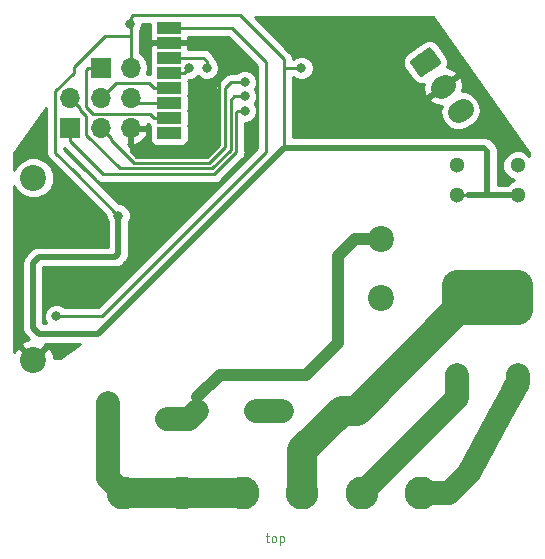
<source format=gbr>
G04 #@! TF.GenerationSoftware,KiCad,Pcbnew,5.0.2-bee76a0~70~ubuntu16.04.1*
G04 #@! TF.CreationDate,2019-02-12T18:50:20+01:00*
G04 #@! TF.ProjectId,MySensors_InCan,4d795365-6e73-46f7-9273-5f496e43616e,rev?*
G04 #@! TF.SameCoordinates,Original*
G04 #@! TF.FileFunction,Copper,L1,Top*
G04 #@! TF.FilePolarity,Positive*
%FSLAX46Y46*%
G04 Gerber Fmt 4.6, Leading zero omitted, Abs format (unit mm)*
G04 Created by KiCad (PCBNEW 5.0.2-bee76a0~70~ubuntu16.04.1) date wto, 12 lut 2019, 18:50:20*
%MOMM*%
%LPD*%
G01*
G04 APERTURE LIST*
G04 #@! TA.AperFunction,NonConductor*
%ADD10C,0.100000*%
G04 #@! TD*
G04 #@! TA.AperFunction,ComponentPad*
%ADD11R,1.700000X1.700000*%
G04 #@! TD*
G04 #@! TA.AperFunction,ComponentPad*
%ADD12O,1.700000X1.700000*%
G04 #@! TD*
G04 #@! TA.AperFunction,Conductor*
%ADD13C,0.100000*%
G04 #@! TD*
G04 #@! TA.AperFunction,ComponentPad*
%ADD14C,1.740000*%
G04 #@! TD*
G04 #@! TA.AperFunction,Conductor*
%ADD15C,1.740000*%
G04 #@! TD*
G04 #@! TA.AperFunction,SMDPad,CuDef*
%ADD16R,2.000000X1.000000*%
G04 #@! TD*
G04 #@! TA.AperFunction,ComponentPad*
%ADD17C,2.794000*%
G04 #@! TD*
G04 #@! TA.AperFunction,ComponentPad*
%ADD18C,1.600000*%
G04 #@! TD*
G04 #@! TA.AperFunction,ComponentPad*
%ADD19C,1.300000*%
G04 #@! TD*
G04 #@! TA.AperFunction,ComponentPad*
%ADD20C,2.200000*%
G04 #@! TD*
G04 #@! TA.AperFunction,ViaPad*
%ADD21C,0.800000*%
G04 #@! TD*
G04 #@! TA.AperFunction,Conductor*
%ADD22C,0.250000*%
G04 #@! TD*
G04 #@! TA.AperFunction,Conductor*
%ADD23C,2.000000*%
G04 #@! TD*
G04 #@! TA.AperFunction,Conductor*
%ADD24C,1.000000*%
G04 #@! TD*
G04 #@! TA.AperFunction,Conductor*
%ADD25C,0.500000*%
G04 #@! TD*
G04 #@! TA.AperFunction,Conductor*
%ADD26C,2.500000*%
G04 #@! TD*
G04 #@! TA.AperFunction,Conductor*
%ADD27C,0.254000*%
G04 #@! TD*
G04 APERTURE END LIST*
D10*
X107978571Y-174639285D02*
X108264285Y-174639285D01*
X108085714Y-174389285D02*
X108085714Y-175032142D01*
X108121428Y-175103571D01*
X108192857Y-175139285D01*
X108264285Y-175139285D01*
X108621428Y-175139285D02*
X108550000Y-175103571D01*
X108514285Y-175067857D01*
X108478571Y-174996428D01*
X108478571Y-174782142D01*
X108514285Y-174710714D01*
X108550000Y-174675000D01*
X108621428Y-174639285D01*
X108728571Y-174639285D01*
X108800000Y-174675000D01*
X108835714Y-174710714D01*
X108871428Y-174782142D01*
X108871428Y-174996428D01*
X108835714Y-175067857D01*
X108800000Y-175103571D01*
X108728571Y-175139285D01*
X108621428Y-175139285D01*
X109192857Y-174639285D02*
X109192857Y-175389285D01*
X109192857Y-174675000D02*
X109264285Y-174639285D01*
X109407142Y-174639285D01*
X109478571Y-174675000D01*
X109514285Y-174710714D01*
X109550000Y-174782142D01*
X109550000Y-174996428D01*
X109514285Y-175067857D01*
X109478571Y-175103571D01*
X109407142Y-175139285D01*
X109264285Y-175139285D01*
X109192857Y-175103571D01*
D11*
G04 #@! TO.P,J5,1*
G04 #@! TO.N,TX*
X91400000Y-140100000D03*
D12*
G04 #@! TO.P,J5,2*
G04 #@! TO.N,RX*
X91400000Y-137560000D03*
G04 #@! TD*
D13*
G04 #@! TO.N,BTN1*
G04 #@! TO.C,J3*
G36*
X121842320Y-133250412D02*
X121866701Y-133253142D01*
X121890698Y-133258248D01*
X121914078Y-133265682D01*
X121936617Y-133275371D01*
X121958098Y-133287223D01*
X121978314Y-133301124D01*
X121997070Y-133316939D01*
X122014186Y-133334516D01*
X122029496Y-133353686D01*
X122754844Y-134359407D01*
X122768202Y-134379986D01*
X122779478Y-134401775D01*
X122788564Y-134424564D01*
X122795373Y-134448134D01*
X122799838Y-134472258D01*
X122801918Y-134496703D01*
X122801592Y-134521235D01*
X122798862Y-134545616D01*
X122793756Y-134569613D01*
X122786322Y-134592993D01*
X122776633Y-134615533D01*
X122764781Y-134637014D01*
X122750880Y-134657229D01*
X122735065Y-134675985D01*
X122717488Y-134693101D01*
X122698318Y-134708411D01*
X121319508Y-135702840D01*
X121298929Y-135716198D01*
X121277140Y-135727474D01*
X121254351Y-135736560D01*
X121230781Y-135743369D01*
X121206657Y-135747834D01*
X121182212Y-135749914D01*
X121157680Y-135749588D01*
X121133299Y-135746858D01*
X121109302Y-135741752D01*
X121085922Y-135734318D01*
X121063383Y-135724629D01*
X121041902Y-135712777D01*
X121021686Y-135698876D01*
X121002930Y-135683061D01*
X120985814Y-135665484D01*
X120970504Y-135646314D01*
X120245156Y-134640593D01*
X120231798Y-134620014D01*
X120220522Y-134598225D01*
X120211436Y-134575436D01*
X120204627Y-134551866D01*
X120200162Y-134527742D01*
X120198082Y-134503297D01*
X120198408Y-134478765D01*
X120201138Y-134454384D01*
X120206244Y-134430387D01*
X120213678Y-134407007D01*
X120223367Y-134384467D01*
X120235219Y-134362986D01*
X120249120Y-134342771D01*
X120264935Y-134324015D01*
X120282512Y-134306899D01*
X120301682Y-134291589D01*
X121680492Y-133297160D01*
X121701071Y-133283802D01*
X121722860Y-133272526D01*
X121745649Y-133263440D01*
X121769219Y-133256631D01*
X121793343Y-133252166D01*
X121817788Y-133250086D01*
X121842320Y-133250412D01*
X121842320Y-133250412D01*
G37*
D14*
G04 #@! TD*
G04 #@! TO.P,J3,1*
G04 #@! TO.N,BTN1*
X121500000Y-134500000D03*
G04 #@! TO.P,J3,2*
G04 #@! TO.N,GND*
X122985792Y-136560102D03*
D15*
G04 #@! TD*
G04 #@! TO.N,GND*
G04 #@! TO.C,J3*
X123172337Y-136425562D02*
X122799247Y-136694642D01*
D14*
G04 #@! TO.P,J3,3*
G04 #@! TO.N,BTN2*
X124471584Y-138620204D03*
D15*
G04 #@! TD*
G04 #@! TO.N,BTN2*
G04 #@! TO.C,J3*
X124658129Y-138485664D02*
X124285039Y-138754744D01*
D11*
G04 #@! TO.P,J4,1*
G04 #@! TO.N,MISO*
X94000000Y-135000000D03*
D12*
G04 #@! TO.P,J4,2*
G04 #@! TO.N,5V*
X96540000Y-135000000D03*
G04 #@! TO.P,J4,3*
G04 #@! TO.N,SCK*
X94000000Y-137540000D03*
G04 #@! TO.P,J4,4*
G04 #@! TO.N,MOSI*
X96540000Y-137540000D03*
G04 #@! TO.P,J4,5*
G04 #@! TO.N,RESET*
X93999999Y-140080000D03*
G04 #@! TO.P,J4,6*
G04 #@! TO.N,GND*
X96540000Y-140080000D03*
G04 #@! TD*
D16*
G04 #@! TO.P,IC2,8*
G04 #@! TO.N,Net-(IC2-Pad8)*
X99800000Y-140490000D03*
G04 #@! TO.P,IC2,7*
G04 #@! TO.N,MISO*
X99800000Y-139220000D03*
G04 #@! TO.P,IC2,6*
G04 #@! TO.N,MOSI*
X99800000Y-137950000D03*
G04 #@! TO.P,IC2,5*
G04 #@! TO.N,SCK*
X99800000Y-136680000D03*
G04 #@! TO.P,IC2,4*
G04 #@! TO.N,CSN*
X99800000Y-135410000D03*
G04 #@! TO.P,IC2,3*
G04 #@! TO.N,CE*
X99800000Y-134140000D03*
G04 #@! TO.P,IC2,1*
G04 #@! TO.N,GND*
X99800000Y-132870000D03*
G04 #@! TO.P,IC2,2*
G04 #@! TO.N,3V3*
X99800000Y-131600000D03*
G04 #@! TD*
D17*
G04 #@! TO.P,J2,3*
G04 #@! TO.N,AC_N*
X100884736Y-171000000D03*
G04 #@! TO.P,J2,4*
X95884736Y-171000000D03*
G04 #@! TO.P,J2,2*
X106044736Y-171000000D03*
G04 #@! TO.P,J2,1*
G04 #@! TO.N,AC_L*
X111044736Y-171000000D03*
G04 #@! TD*
G04 #@! TO.P,J1,1*
G04 #@! TO.N,AC_REL2_OUT*
X121100000Y-171000000D03*
G04 #@! TO.P,J1,2*
G04 #@! TO.N,AC_REL1_OUT*
X116100000Y-171000000D03*
G04 #@! TD*
D18*
G04 #@! TO.P,RV1,2*
G04 #@! TO.N,Net-(F2-Pad1)*
X99600000Y-164700000D03*
G04 #@! TO.P,RV1,1*
G04 #@! TO.N,AC_N*
X94600000Y-163400000D03*
G04 #@! TD*
G04 #@! TO.P,REL1,11*
G04 #@! TO.N,AC_L*
X124200000Y-155500000D03*
X124200000Y-153410000D03*
D19*
G04 #@! TO.P,REL1,A1*
G04 #@! TO.N,Net-(D1-Pad2)*
X124200000Y-143250000D03*
G04 #@! TO.P,REL1,A2*
G04 #@! TO.N,5V*
X124200000Y-145790000D03*
D18*
G04 #@! TO.P,REL1,14*
G04 #@! TO.N,AC_REL1_OUT*
X124200000Y-161030000D03*
G04 #@! TD*
G04 #@! TO.P,REL2,14*
G04 #@! TO.N,AC_REL2_OUT*
X129300000Y-161030000D03*
D19*
G04 #@! TO.P,REL2,A2*
G04 #@! TO.N,5V*
X129300000Y-145790000D03*
G04 #@! TO.P,REL2,A1*
G04 #@! TO.N,Net-(D2-Pad2)*
X129300000Y-143250000D03*
D18*
G04 #@! TO.P,REL2,11*
G04 #@! TO.N,AC_L*
X129300000Y-153410000D03*
X129300000Y-155500000D03*
G04 #@! TD*
G04 #@! TO.P,F2,1*
G04 #@! TO.N,Net-(F2-Pad1)*
X102200000Y-164000000D03*
G04 #@! TO.P,F2,2*
G04 #@! TO.N,Net-(F1-Pad1)*
X107200000Y-164000000D03*
G04 #@! TD*
G04 #@! TO.P,F1,2*
G04 #@! TO.N,AC_L*
X114400000Y-164000000D03*
G04 #@! TO.P,F1,1*
G04 #@! TO.N,Net-(F1-Pad1)*
X109400000Y-164000000D03*
G04 #@! TD*
D20*
G04 #@! TO.P,U1,1*
G04 #@! TO.N,AC_N*
X117700000Y-154500000D03*
G04 #@! TO.P,U1,2*
G04 #@! TO.N,Net-(F2-Pad1)*
X117700000Y-149500000D03*
G04 #@! TO.P,U1,3*
G04 #@! TO.N,GND*
X88300000Y-159700000D03*
G04 #@! TO.P,U1,4*
G04 #@! TO.N,Net-(C1-Pad1)*
X88300000Y-144300000D03*
G04 #@! TD*
D21*
G04 #@! TO.N,3V3*
X90250000Y-156000000D03*
G04 #@! TO.N,CE*
X103000000Y-135000000D03*
G04 #@! TO.N,CSN*
X101500000Y-135000000D03*
G04 #@! TO.N,5V*
X95500000Y-147500000D03*
X96500000Y-131250000D03*
X111000000Y-135000000D03*
G04 #@! TO.N,RESET*
X106200000Y-136200000D03*
G04 #@! TO.N,RX*
X106200000Y-137400000D03*
G04 #@! TO.N,TX*
X106200000Y-138600000D03*
G04 #@! TD*
D22*
G04 #@! TO.N,3V3*
X94100000Y-156000000D02*
X92100000Y-156000000D01*
X108000000Y-142100000D02*
X94100000Y-156000000D01*
X108000000Y-134500000D02*
X108000000Y-142100000D01*
X105100000Y-131600000D02*
X108000000Y-134500000D01*
X99800000Y-131600000D02*
X105100000Y-131600000D01*
X92100000Y-156000000D02*
X92250000Y-156000000D01*
X90250000Y-156000000D02*
X92100000Y-156000000D01*
G04 #@! TO.N,CE*
X101050000Y-134140000D02*
X99800000Y-134140000D01*
X102705685Y-134140000D02*
X101050000Y-134140000D01*
X103000000Y-134434315D02*
X102705685Y-134140000D01*
X103000000Y-135000000D02*
X103000000Y-134434315D01*
G04 #@! TO.N,CSN*
X101090000Y-135410000D02*
X101500000Y-135000000D01*
X99800000Y-135410000D02*
X101090000Y-135410000D01*
G04 #@! TO.N,SCK*
X94849999Y-136690001D02*
X94000000Y-137540000D01*
X95314999Y-136225001D02*
X94849999Y-136690001D01*
X98550000Y-136680000D02*
X98095001Y-136225001D01*
X98095001Y-136225001D02*
X95314999Y-136225001D01*
X99800000Y-136680000D02*
X98550000Y-136680000D01*
G04 #@! TO.N,MOSI*
X96950000Y-137950000D02*
X96540000Y-137540000D01*
X99800000Y-137950000D02*
X96950000Y-137950000D01*
G04 #@! TO.N,MISO*
X92900000Y-135000000D02*
X94000000Y-135000000D01*
X92774999Y-135125001D02*
X92900000Y-135000000D01*
X98184999Y-138854999D02*
X93354999Y-138854999D01*
X92774999Y-138274999D02*
X92774999Y-135125001D01*
X93354999Y-138854999D02*
X92774999Y-138274999D01*
X98550000Y-139220000D02*
X98184999Y-138854999D01*
X99800000Y-139220000D02*
X98550000Y-139220000D01*
G04 #@! TO.N,GND*
X96540000Y-142040000D02*
X96540000Y-140080000D01*
X97000000Y-142500000D02*
X96540000Y-142040000D01*
X103000000Y-142500000D02*
X97000000Y-142500000D01*
X104000000Y-141500000D02*
X103000000Y-142500000D01*
X104000000Y-134000000D02*
X104000000Y-141500000D01*
X102870000Y-132870000D02*
X104000000Y-134000000D01*
X99800000Y-132870000D02*
X102870000Y-132870000D01*
D23*
G04 #@! TO.N,Net-(F2-Pad1)*
X101500000Y-164700000D02*
X102200000Y-164000000D01*
X99600000Y-164700000D02*
X101500000Y-164700000D01*
D24*
X102200000Y-162868630D02*
X104068630Y-161000000D01*
D22*
X102200000Y-164000000D02*
X102200000Y-162868630D01*
D24*
X104068630Y-161000000D02*
X111400000Y-161000000D01*
X111400000Y-161000000D02*
X114100000Y-158300000D01*
X114100000Y-158300000D02*
X114100000Y-150900000D01*
X115500000Y-149500000D02*
X117700000Y-149500000D01*
X114100000Y-150900000D02*
X115500000Y-149500000D01*
D22*
G04 #@! TO.N,5V*
X96540000Y-131200000D02*
X96540000Y-135000000D01*
X91750000Y-134874998D02*
X94374998Y-132250000D01*
X94374998Y-132250000D02*
X96530000Y-132250000D01*
X95500000Y-147500000D02*
X91750000Y-143750000D01*
X126750000Y-145750000D02*
X126790000Y-145790000D01*
D25*
X95500000Y-147500000D02*
X95500000Y-150750000D01*
X95500000Y-150750000D02*
X95250000Y-151000000D01*
D22*
X126500000Y-141750000D02*
X126750000Y-142000000D01*
D25*
X95250000Y-151000000D02*
X88750000Y-151000000D01*
X126790000Y-145790000D02*
X129300000Y-145790000D01*
X93750000Y-157500000D02*
X109500000Y-141750000D01*
X88750000Y-151000000D02*
X88250000Y-151500000D01*
X109500000Y-141750000D02*
X126500000Y-141750000D01*
X126750000Y-142000000D02*
X126750000Y-145750000D01*
X125119238Y-145790000D02*
X126790000Y-145790000D01*
D22*
X124200000Y-145790000D02*
X125119238Y-145790000D01*
D25*
X93750000Y-157500000D02*
X88750000Y-157500000D01*
X88250000Y-157000000D02*
X88250000Y-151500000D01*
X88750000Y-157500000D02*
X88250000Y-157000000D01*
D22*
X96540000Y-135000000D02*
X96540000Y-133797919D01*
X96550000Y-130700000D02*
X96550000Y-131500000D01*
X96750000Y-130500000D02*
X96550000Y-130700000D01*
X111000000Y-135000000D02*
X109500000Y-135000000D01*
X109500000Y-141750000D02*
X109500000Y-135000000D01*
X96750000Y-130500000D02*
X105800000Y-130500000D01*
X109500000Y-134200000D02*
X109500000Y-135000000D01*
X105800000Y-130500000D02*
X109500000Y-134200000D01*
X90174999Y-142174999D02*
X91750000Y-143750000D01*
X90174999Y-136971999D02*
X90174999Y-142174999D01*
X91750000Y-135396998D02*
X90174999Y-136971999D01*
X91750000Y-134874998D02*
X91750000Y-135396998D01*
G04 #@! TO.N,RESET*
X105000000Y-136200000D02*
X106200000Y-136200000D01*
X104500000Y-136700000D02*
X105000000Y-136200000D01*
X103207110Y-143000010D02*
X104500000Y-141707120D01*
X94849998Y-141057118D02*
X96792890Y-143000010D01*
X104500000Y-141707120D02*
X104500000Y-136700000D01*
X94849998Y-140929999D02*
X94849998Y-141057118D01*
X96792890Y-143000010D02*
X103207110Y-143000010D01*
X93999999Y-140080000D02*
X94849998Y-140929999D01*
D23*
G04 #@! TO.N,Net-(F1-Pad1)*
X107200000Y-164000000D02*
X109400000Y-164000000D01*
D26*
G04 #@! TO.N,AC_L*
X124200000Y-155500000D02*
X124200000Y-153410000D01*
X129300000Y-155500000D02*
X129300000Y-153410000D01*
X124200000Y-153410000D02*
X129300000Y-153410000D01*
X124200000Y-155500000D02*
X129300000Y-155500000D01*
X115700000Y-164000000D02*
X124200000Y-155500000D01*
X111044736Y-171000000D02*
X111044736Y-167355264D01*
X111044736Y-167355264D02*
X114400000Y-164000000D01*
X114400000Y-164000000D02*
X115700000Y-164000000D01*
G04 #@! TO.N,AC_N*
X95884736Y-171000000D02*
X106044736Y-171000000D01*
D23*
X94600000Y-169715264D02*
X95884736Y-171000000D01*
X94600000Y-163400000D02*
X94600000Y-169715264D01*
G04 #@! TO.N,AC_REL2_OUT*
X121100000Y-171000000D02*
X123468910Y-171000000D01*
X125212314Y-169256596D02*
X127745514Y-164527956D01*
X123468910Y-171000000D02*
X125212314Y-169256596D01*
X129300000Y-161626249D02*
X128948190Y-162282961D01*
X129300000Y-161030000D02*
X129300000Y-161626249D01*
X127745514Y-164527956D02*
X129300000Y-161626249D01*
G04 #@! TO.N,AC_REL1_OUT*
X116100000Y-171000000D02*
X124200000Y-162900000D01*
X124200000Y-162900000D02*
X124200000Y-161030000D01*
D22*
G04 #@! TO.N,RX*
X105300000Y-137400000D02*
X106200000Y-137400000D01*
X105000010Y-137699990D02*
X105300000Y-137400000D01*
X95607017Y-143500020D02*
X103414220Y-143500020D01*
X103414220Y-143500020D02*
X105000010Y-141914230D01*
X92774998Y-140668001D02*
X95607017Y-143500020D01*
X105000010Y-141914230D02*
X105000010Y-137699990D01*
X92774998Y-139099996D02*
X92774998Y-140668001D01*
X92249999Y-138574997D02*
X92774998Y-139099996D01*
X92249999Y-138409999D02*
X92249999Y-138574997D01*
X91400000Y-137560000D02*
X92249999Y-138409999D01*
G04 #@! TO.N,TX*
X105500020Y-138734295D02*
X105634315Y-138600000D01*
X105500020Y-142121340D02*
X105500020Y-138734295D01*
X94200030Y-144000030D02*
X103621330Y-144000030D01*
X105634315Y-138600000D02*
X106200000Y-138600000D01*
X91400000Y-141200000D02*
X94200030Y-144000030D01*
X103621330Y-144000030D02*
X105500020Y-142121340D01*
X91400000Y-140100000D02*
X91400000Y-141200000D01*
G04 #@! TD*
D27*
G04 #@! TO.N,GND*
G36*
X89415000Y-142100147D02*
X89400111Y-142174999D01*
X89459096Y-142471536D01*
X89534010Y-142583652D01*
X89627071Y-142722928D01*
X89690527Y-142765328D01*
X91265527Y-144340329D01*
X91265530Y-144340331D01*
X94465000Y-147539802D01*
X94465000Y-147705874D01*
X94615000Y-148068007D01*
X94615001Y-150115000D01*
X88837161Y-150115000D01*
X88750000Y-150097663D01*
X88662839Y-150115000D01*
X88662835Y-150115000D01*
X88404690Y-150166348D01*
X88111951Y-150361951D01*
X88062576Y-150435846D01*
X87685845Y-150812577D01*
X87611952Y-150861951D01*
X87562578Y-150935844D01*
X87562576Y-150935846D01*
X87416348Y-151154691D01*
X87347663Y-151500000D01*
X87365001Y-151587165D01*
X87365000Y-156912839D01*
X87347663Y-157000000D01*
X87365000Y-157087161D01*
X87365000Y-157087164D01*
X87416348Y-157345309D01*
X87611951Y-157638049D01*
X87685847Y-157687425D01*
X87973154Y-157974732D01*
X87898547Y-157977164D01*
X87365641Y-158197901D01*
X87254737Y-158475132D01*
X88300000Y-159520395D01*
X89345263Y-158475132D01*
X89309206Y-158385000D01*
X92246729Y-158385000D01*
X90561071Y-159572083D01*
X90031360Y-159560044D01*
X90022836Y-159298547D01*
X89802099Y-158765641D01*
X89524868Y-158654737D01*
X88650934Y-159528671D01*
X87932743Y-159512348D01*
X87075132Y-158654737D01*
X86797901Y-158765641D01*
X86710000Y-158999088D01*
X86710000Y-144995174D01*
X86829138Y-145282799D01*
X87317201Y-145770862D01*
X87954887Y-146035000D01*
X88645113Y-146035000D01*
X89282799Y-145770862D01*
X89770862Y-145282799D01*
X90035000Y-144645113D01*
X90035000Y-143954887D01*
X89770862Y-143317201D01*
X89282799Y-142829138D01*
X88645113Y-142565000D01*
X87954887Y-142565000D01*
X87317201Y-142829138D01*
X86829138Y-143317201D01*
X86710000Y-143604826D01*
X86710000Y-142225982D01*
X89414999Y-138407160D01*
X89415000Y-142100147D01*
X89415000Y-142100147D01*
G37*
X89415000Y-142100147D02*
X89400111Y-142174999D01*
X89459096Y-142471536D01*
X89534010Y-142583652D01*
X89627071Y-142722928D01*
X89690527Y-142765328D01*
X91265527Y-144340329D01*
X91265530Y-144340331D01*
X94465000Y-147539802D01*
X94465000Y-147705874D01*
X94615000Y-148068007D01*
X94615001Y-150115000D01*
X88837161Y-150115000D01*
X88750000Y-150097663D01*
X88662839Y-150115000D01*
X88662835Y-150115000D01*
X88404690Y-150166348D01*
X88111951Y-150361951D01*
X88062576Y-150435846D01*
X87685845Y-150812577D01*
X87611952Y-150861951D01*
X87562578Y-150935844D01*
X87562576Y-150935846D01*
X87416348Y-151154691D01*
X87347663Y-151500000D01*
X87365001Y-151587165D01*
X87365000Y-156912839D01*
X87347663Y-157000000D01*
X87365000Y-157087161D01*
X87365000Y-157087164D01*
X87416348Y-157345309D01*
X87611951Y-157638049D01*
X87685847Y-157687425D01*
X87973154Y-157974732D01*
X87898547Y-157977164D01*
X87365641Y-158197901D01*
X87254737Y-158475132D01*
X88300000Y-159520395D01*
X89345263Y-158475132D01*
X89309206Y-158385000D01*
X92246729Y-158385000D01*
X90561071Y-159572083D01*
X90031360Y-159560044D01*
X90022836Y-159298547D01*
X89802099Y-158765641D01*
X89524868Y-158654737D01*
X88650934Y-159528671D01*
X87932743Y-159512348D01*
X87075132Y-158654737D01*
X86797901Y-158765641D01*
X86710000Y-158999088D01*
X86710000Y-144995174D01*
X86829138Y-145282799D01*
X87317201Y-145770862D01*
X87954887Y-146035000D01*
X88645113Y-146035000D01*
X89282799Y-145770862D01*
X89770862Y-145282799D01*
X90035000Y-144645113D01*
X90035000Y-143954887D01*
X89770862Y-143317201D01*
X89282799Y-142829138D01*
X88645113Y-142565000D01*
X87954887Y-142565000D01*
X87317201Y-142829138D01*
X86829138Y-143317201D01*
X86710000Y-143604826D01*
X86710000Y-142225982D01*
X89414999Y-138407160D01*
X89415000Y-142100147D01*
G36*
X98152560Y-132100000D02*
X98175905Y-132217364D01*
X98165000Y-132243691D01*
X98165000Y-132584250D01*
X98323750Y-132743000D01*
X98777678Y-132743000D01*
X98800000Y-132747440D01*
X100800000Y-132747440D01*
X100822322Y-132743000D01*
X101276250Y-132743000D01*
X101435000Y-132584250D01*
X101435000Y-132360000D01*
X104785199Y-132360000D01*
X107240000Y-134814803D01*
X107240001Y-141785197D01*
X93785199Y-155240000D01*
X90953711Y-155240000D01*
X90836280Y-155122569D01*
X90455874Y-154965000D01*
X90044126Y-154965000D01*
X89663720Y-155122569D01*
X89372569Y-155413720D01*
X89215000Y-155794126D01*
X89215000Y-156205874D01*
X89372569Y-156586280D01*
X89401289Y-156615000D01*
X89135000Y-156615000D01*
X89135000Y-151885000D01*
X95162839Y-151885000D01*
X95250000Y-151902337D01*
X95337161Y-151885000D01*
X95337165Y-151885000D01*
X95595310Y-151833652D01*
X95888049Y-151638049D01*
X95937425Y-151564153D01*
X96064153Y-151437425D01*
X96138049Y-151388049D01*
X96333652Y-151095310D01*
X96385000Y-150837165D01*
X96385000Y-150837160D01*
X96402337Y-150750001D01*
X96385000Y-150662841D01*
X96385000Y-148068007D01*
X96535000Y-147705874D01*
X96535000Y-147294126D01*
X96377431Y-146913720D01*
X96086280Y-146622569D01*
X95705874Y-146465000D01*
X95539802Y-146465000D01*
X92340331Y-143265530D01*
X92340329Y-143265527D01*
X90934999Y-141860198D01*
X90934999Y-141809800D01*
X93609703Y-144484506D01*
X93652101Y-144547959D01*
X93715554Y-144590357D01*
X93715556Y-144590359D01*
X93797502Y-144645113D01*
X93903493Y-144715934D01*
X94125178Y-144760030D01*
X94125182Y-144760030D01*
X94200029Y-144774918D01*
X94274876Y-144760030D01*
X103546483Y-144760030D01*
X103621330Y-144774918D01*
X103696177Y-144760030D01*
X103696182Y-144760030D01*
X103917867Y-144715934D01*
X104169259Y-144547959D01*
X104211661Y-144484500D01*
X105984493Y-142711669D01*
X106047949Y-142669269D01*
X106215924Y-142417877D01*
X106260020Y-142196192D01*
X106260020Y-142196187D01*
X106274908Y-142121340D01*
X106260020Y-142046493D01*
X106260020Y-139635000D01*
X106405874Y-139635000D01*
X106786280Y-139477431D01*
X107077431Y-139186280D01*
X107235000Y-138805874D01*
X107235000Y-138394126D01*
X107077431Y-138013720D01*
X107063711Y-138000000D01*
X107077431Y-137986280D01*
X107235000Y-137605874D01*
X107235000Y-137194126D01*
X107077431Y-136813720D01*
X107063711Y-136800000D01*
X107077431Y-136786280D01*
X107235000Y-136405874D01*
X107235000Y-135994126D01*
X107077431Y-135613720D01*
X106786280Y-135322569D01*
X106405874Y-135165000D01*
X105994126Y-135165000D01*
X105613720Y-135322569D01*
X105496289Y-135440000D01*
X105074848Y-135440000D01*
X105000000Y-135425112D01*
X104925152Y-135440000D01*
X104925148Y-135440000D01*
X104765028Y-135471850D01*
X104703462Y-135484096D01*
X104560804Y-135579418D01*
X104452071Y-135652071D01*
X104409671Y-135715528D01*
X104015527Y-136109671D01*
X103952072Y-136152071D01*
X103909672Y-136215527D01*
X103909671Y-136215528D01*
X103784097Y-136403463D01*
X103725112Y-136700000D01*
X103740001Y-136774852D01*
X103740000Y-141392318D01*
X102892309Y-142240010D01*
X97107692Y-142240010D01*
X96318239Y-141450558D01*
X96413000Y-141400819D01*
X96413000Y-140207000D01*
X96667000Y-140207000D01*
X96667000Y-141400819D01*
X96896892Y-141521486D01*
X97421358Y-141275183D01*
X97811645Y-140846924D01*
X97981476Y-140436890D01*
X97860155Y-140207000D01*
X96667000Y-140207000D01*
X96413000Y-140207000D01*
X96393000Y-140207000D01*
X96393000Y-139953000D01*
X96413000Y-139953000D01*
X96413000Y-139933000D01*
X96667000Y-139933000D01*
X96667000Y-139953000D01*
X97860155Y-139953000D01*
X97977349Y-139730930D01*
X98002071Y-139767929D01*
X98173895Y-139882739D01*
X98152560Y-139990000D01*
X98152560Y-140990000D01*
X98201843Y-141237765D01*
X98342191Y-141447809D01*
X98552235Y-141588157D01*
X98800000Y-141637440D01*
X100800000Y-141637440D01*
X101047765Y-141588157D01*
X101257809Y-141447809D01*
X101398157Y-141237765D01*
X101447440Y-140990000D01*
X101447440Y-139990000D01*
X101420587Y-139855000D01*
X101447440Y-139720000D01*
X101447440Y-138720000D01*
X101420587Y-138585000D01*
X101447440Y-138450000D01*
X101447440Y-137450000D01*
X101420587Y-137315000D01*
X101447440Y-137180000D01*
X101447440Y-136180000D01*
X101430797Y-136096330D01*
X101522584Y-136035000D01*
X101705874Y-136035000D01*
X102086280Y-135877431D01*
X102250000Y-135713711D01*
X102413720Y-135877431D01*
X102794126Y-136035000D01*
X103205874Y-136035000D01*
X103586280Y-135877431D01*
X103877431Y-135586280D01*
X104035000Y-135205874D01*
X104035000Y-134794126D01*
X103877431Y-134413720D01*
X103744314Y-134280603D01*
X103715904Y-134137778D01*
X103547929Y-133886386D01*
X103484470Y-133843984D01*
X103296016Y-133655530D01*
X103253614Y-133592071D01*
X103002222Y-133424096D01*
X102780537Y-133380000D01*
X102780532Y-133380000D01*
X102705685Y-133365112D01*
X102630838Y-133380000D01*
X101435000Y-133380000D01*
X101435000Y-133155750D01*
X101276250Y-132997000D01*
X100822322Y-132997000D01*
X100800000Y-132992560D01*
X98800000Y-132992560D01*
X98777678Y-132997000D01*
X98323750Y-132997000D01*
X98165000Y-133155750D01*
X98165000Y-133496309D01*
X98175905Y-133522636D01*
X98152560Y-133640000D01*
X98152560Y-134640000D01*
X98179413Y-134775000D01*
X98152560Y-134910000D01*
X98152560Y-135461562D01*
X98095001Y-135450113D01*
X98020154Y-135465001D01*
X97961598Y-135465001D01*
X98054092Y-135000000D01*
X97938839Y-134420582D01*
X97610625Y-133929375D01*
X97300000Y-133721822D01*
X97300000Y-132274579D01*
X97304889Y-132250000D01*
X97300000Y-132225421D01*
X97300000Y-131913711D01*
X97377431Y-131836280D01*
X97535000Y-131455874D01*
X97535000Y-131260000D01*
X98152560Y-131260000D01*
X98152560Y-132100000D01*
X98152560Y-132100000D01*
G37*
X98152560Y-132100000D02*
X98175905Y-132217364D01*
X98165000Y-132243691D01*
X98165000Y-132584250D01*
X98323750Y-132743000D01*
X98777678Y-132743000D01*
X98800000Y-132747440D01*
X100800000Y-132747440D01*
X100822322Y-132743000D01*
X101276250Y-132743000D01*
X101435000Y-132584250D01*
X101435000Y-132360000D01*
X104785199Y-132360000D01*
X107240000Y-134814803D01*
X107240001Y-141785197D01*
X93785199Y-155240000D01*
X90953711Y-155240000D01*
X90836280Y-155122569D01*
X90455874Y-154965000D01*
X90044126Y-154965000D01*
X89663720Y-155122569D01*
X89372569Y-155413720D01*
X89215000Y-155794126D01*
X89215000Y-156205874D01*
X89372569Y-156586280D01*
X89401289Y-156615000D01*
X89135000Y-156615000D01*
X89135000Y-151885000D01*
X95162839Y-151885000D01*
X95250000Y-151902337D01*
X95337161Y-151885000D01*
X95337165Y-151885000D01*
X95595310Y-151833652D01*
X95888049Y-151638049D01*
X95937425Y-151564153D01*
X96064153Y-151437425D01*
X96138049Y-151388049D01*
X96333652Y-151095310D01*
X96385000Y-150837165D01*
X96385000Y-150837160D01*
X96402337Y-150750001D01*
X96385000Y-150662841D01*
X96385000Y-148068007D01*
X96535000Y-147705874D01*
X96535000Y-147294126D01*
X96377431Y-146913720D01*
X96086280Y-146622569D01*
X95705874Y-146465000D01*
X95539802Y-146465000D01*
X92340331Y-143265530D01*
X92340329Y-143265527D01*
X90934999Y-141860198D01*
X90934999Y-141809800D01*
X93609703Y-144484506D01*
X93652101Y-144547959D01*
X93715554Y-144590357D01*
X93715556Y-144590359D01*
X93797502Y-144645113D01*
X93903493Y-144715934D01*
X94125178Y-144760030D01*
X94125182Y-144760030D01*
X94200029Y-144774918D01*
X94274876Y-144760030D01*
X103546483Y-144760030D01*
X103621330Y-144774918D01*
X103696177Y-144760030D01*
X103696182Y-144760030D01*
X103917867Y-144715934D01*
X104169259Y-144547959D01*
X104211661Y-144484500D01*
X105984493Y-142711669D01*
X106047949Y-142669269D01*
X106215924Y-142417877D01*
X106260020Y-142196192D01*
X106260020Y-142196187D01*
X106274908Y-142121340D01*
X106260020Y-142046493D01*
X106260020Y-139635000D01*
X106405874Y-139635000D01*
X106786280Y-139477431D01*
X107077431Y-139186280D01*
X107235000Y-138805874D01*
X107235000Y-138394126D01*
X107077431Y-138013720D01*
X107063711Y-138000000D01*
X107077431Y-137986280D01*
X107235000Y-137605874D01*
X107235000Y-137194126D01*
X107077431Y-136813720D01*
X107063711Y-136800000D01*
X107077431Y-136786280D01*
X107235000Y-136405874D01*
X107235000Y-135994126D01*
X107077431Y-135613720D01*
X106786280Y-135322569D01*
X106405874Y-135165000D01*
X105994126Y-135165000D01*
X105613720Y-135322569D01*
X105496289Y-135440000D01*
X105074848Y-135440000D01*
X105000000Y-135425112D01*
X104925152Y-135440000D01*
X104925148Y-135440000D01*
X104765028Y-135471850D01*
X104703462Y-135484096D01*
X104560804Y-135579418D01*
X104452071Y-135652071D01*
X104409671Y-135715528D01*
X104015527Y-136109671D01*
X103952072Y-136152071D01*
X103909672Y-136215527D01*
X103909671Y-136215528D01*
X103784097Y-136403463D01*
X103725112Y-136700000D01*
X103740001Y-136774852D01*
X103740000Y-141392318D01*
X102892309Y-142240010D01*
X97107692Y-142240010D01*
X96318239Y-141450558D01*
X96413000Y-141400819D01*
X96413000Y-140207000D01*
X96667000Y-140207000D01*
X96667000Y-141400819D01*
X96896892Y-141521486D01*
X97421358Y-141275183D01*
X97811645Y-140846924D01*
X97981476Y-140436890D01*
X97860155Y-140207000D01*
X96667000Y-140207000D01*
X96413000Y-140207000D01*
X96393000Y-140207000D01*
X96393000Y-139953000D01*
X96413000Y-139953000D01*
X96413000Y-139933000D01*
X96667000Y-139933000D01*
X96667000Y-139953000D01*
X97860155Y-139953000D01*
X97977349Y-139730930D01*
X98002071Y-139767929D01*
X98173895Y-139882739D01*
X98152560Y-139990000D01*
X98152560Y-140990000D01*
X98201843Y-141237765D01*
X98342191Y-141447809D01*
X98552235Y-141588157D01*
X98800000Y-141637440D01*
X100800000Y-141637440D01*
X101047765Y-141588157D01*
X101257809Y-141447809D01*
X101398157Y-141237765D01*
X101447440Y-140990000D01*
X101447440Y-139990000D01*
X101420587Y-139855000D01*
X101447440Y-139720000D01*
X101447440Y-138720000D01*
X101420587Y-138585000D01*
X101447440Y-138450000D01*
X101447440Y-137450000D01*
X101420587Y-137315000D01*
X101447440Y-137180000D01*
X101447440Y-136180000D01*
X101430797Y-136096330D01*
X101522584Y-136035000D01*
X101705874Y-136035000D01*
X102086280Y-135877431D01*
X102250000Y-135713711D01*
X102413720Y-135877431D01*
X102794126Y-136035000D01*
X103205874Y-136035000D01*
X103586280Y-135877431D01*
X103877431Y-135586280D01*
X104035000Y-135205874D01*
X104035000Y-134794126D01*
X103877431Y-134413720D01*
X103744314Y-134280603D01*
X103715904Y-134137778D01*
X103547929Y-133886386D01*
X103484470Y-133843984D01*
X103296016Y-133655530D01*
X103253614Y-133592071D01*
X103002222Y-133424096D01*
X102780537Y-133380000D01*
X102780532Y-133380000D01*
X102705685Y-133365112D01*
X102630838Y-133380000D01*
X101435000Y-133380000D01*
X101435000Y-133155750D01*
X101276250Y-132997000D01*
X100822322Y-132997000D01*
X100800000Y-132992560D01*
X98800000Y-132992560D01*
X98777678Y-132997000D01*
X98323750Y-132997000D01*
X98165000Y-133155750D01*
X98165000Y-133496309D01*
X98175905Y-133522636D01*
X98152560Y-133640000D01*
X98152560Y-134640000D01*
X98179413Y-134775000D01*
X98152560Y-134910000D01*
X98152560Y-135461562D01*
X98095001Y-135450113D01*
X98020154Y-135465001D01*
X97961598Y-135465001D01*
X98054092Y-135000000D01*
X97938839Y-134420582D01*
X97610625Y-133929375D01*
X97300000Y-133721822D01*
X97300000Y-132274579D01*
X97304889Y-132250000D01*
X97300000Y-132225421D01*
X97300000Y-131913711D01*
X97377431Y-131836280D01*
X97535000Y-131455874D01*
X97535000Y-131260000D01*
X98152560Y-131260000D01*
X98152560Y-132100000D01*
G36*
X130290000Y-142225985D02*
X130290000Y-142422735D01*
X130027894Y-142160629D01*
X129555602Y-141965000D01*
X129044398Y-141965000D01*
X128572106Y-142160629D01*
X128210629Y-142522106D01*
X128015000Y-142994398D01*
X128015000Y-143505602D01*
X128210629Y-143977894D01*
X128572106Y-144339371D01*
X129008185Y-144520000D01*
X128572106Y-144700629D01*
X128367735Y-144905000D01*
X127635000Y-144905000D01*
X127635000Y-141912835D01*
X127583652Y-141654690D01*
X127388049Y-141361951D01*
X127238186Y-141261815D01*
X127138049Y-141111951D01*
X126845310Y-140916348D01*
X126587165Y-140865000D01*
X110260000Y-140865000D01*
X110260000Y-137581635D01*
X121786512Y-137581635D01*
X121824641Y-137841450D01*
X121893102Y-137906084D01*
X122425677Y-138160635D01*
X122891114Y-138185404D01*
X122770295Y-138509407D01*
X122791712Y-139107748D01*
X123040473Y-139652350D01*
X123478710Y-140060298D01*
X124039702Y-140269488D01*
X124638043Y-140248071D01*
X125045177Y-140062102D01*
X125658708Y-139619610D01*
X125963683Y-139291993D01*
X126172873Y-138731002D01*
X126151456Y-138132660D01*
X125902694Y-137588059D01*
X125464458Y-137180110D01*
X124903466Y-136970920D01*
X124557886Y-136983290D01*
X124681299Y-136533829D01*
X124607869Y-135948133D01*
X124568149Y-135862770D01*
X124333651Y-135744580D01*
X123163087Y-136588817D01*
X123174787Y-136605039D01*
X122968776Y-136753618D01*
X122957077Y-136737397D01*
X121786512Y-137581635D01*
X110260000Y-137581635D01*
X110260000Y-135760000D01*
X110296289Y-135760000D01*
X110413720Y-135877431D01*
X110794126Y-136035000D01*
X111205874Y-136035000D01*
X111586280Y-135877431D01*
X111877431Y-135586280D01*
X112035000Y-135205874D01*
X112035000Y-134794126D01*
X111877431Y-134413720D01*
X111814581Y-134350870D01*
X119562026Y-134350870D01*
X119574552Y-134700809D01*
X119720040Y-135019317D01*
X120445388Y-136025038D01*
X120701690Y-136263626D01*
X121029785Y-136385970D01*
X121348444Y-136374564D01*
X121290285Y-136586375D01*
X121363715Y-137172071D01*
X121403435Y-137257434D01*
X121637933Y-137375624D01*
X122808497Y-136531387D01*
X122796797Y-136515165D01*
X123002808Y-136366586D01*
X123014507Y-136382807D01*
X124185072Y-135538569D01*
X124146943Y-135278754D01*
X124078482Y-135214120D01*
X123545907Y-134959569D01*
X123326566Y-134947897D01*
X123437974Y-134649130D01*
X123425448Y-134299191D01*
X123279960Y-133980683D01*
X122554612Y-132974962D01*
X122298310Y-132736374D01*
X121970215Y-132614030D01*
X121620275Y-132626556D01*
X121301767Y-132772045D01*
X119922957Y-133766474D01*
X119684370Y-134022775D01*
X119562026Y-134350870D01*
X111814581Y-134350870D01*
X111586280Y-134122569D01*
X111205874Y-133965000D01*
X110794126Y-133965000D01*
X110413720Y-134122569D01*
X110296289Y-134240000D01*
X110266931Y-134240000D01*
X110274888Y-134199999D01*
X110260000Y-134125152D01*
X110260000Y-134125148D01*
X110215904Y-133903463D01*
X110047929Y-133652071D01*
X109984473Y-133609671D01*
X107084801Y-130710000D01*
X122132846Y-130710000D01*
X130290000Y-142225985D01*
X130290000Y-142225985D01*
G37*
X130290000Y-142225985D02*
X130290000Y-142422735D01*
X130027894Y-142160629D01*
X129555602Y-141965000D01*
X129044398Y-141965000D01*
X128572106Y-142160629D01*
X128210629Y-142522106D01*
X128015000Y-142994398D01*
X128015000Y-143505602D01*
X128210629Y-143977894D01*
X128572106Y-144339371D01*
X129008185Y-144520000D01*
X128572106Y-144700629D01*
X128367735Y-144905000D01*
X127635000Y-144905000D01*
X127635000Y-141912835D01*
X127583652Y-141654690D01*
X127388049Y-141361951D01*
X127238186Y-141261815D01*
X127138049Y-141111951D01*
X126845310Y-140916348D01*
X126587165Y-140865000D01*
X110260000Y-140865000D01*
X110260000Y-137581635D01*
X121786512Y-137581635D01*
X121824641Y-137841450D01*
X121893102Y-137906084D01*
X122425677Y-138160635D01*
X122891114Y-138185404D01*
X122770295Y-138509407D01*
X122791712Y-139107748D01*
X123040473Y-139652350D01*
X123478710Y-140060298D01*
X124039702Y-140269488D01*
X124638043Y-140248071D01*
X125045177Y-140062102D01*
X125658708Y-139619610D01*
X125963683Y-139291993D01*
X126172873Y-138731002D01*
X126151456Y-138132660D01*
X125902694Y-137588059D01*
X125464458Y-137180110D01*
X124903466Y-136970920D01*
X124557886Y-136983290D01*
X124681299Y-136533829D01*
X124607869Y-135948133D01*
X124568149Y-135862770D01*
X124333651Y-135744580D01*
X123163087Y-136588817D01*
X123174787Y-136605039D01*
X122968776Y-136753618D01*
X122957077Y-136737397D01*
X121786512Y-137581635D01*
X110260000Y-137581635D01*
X110260000Y-135760000D01*
X110296289Y-135760000D01*
X110413720Y-135877431D01*
X110794126Y-136035000D01*
X111205874Y-136035000D01*
X111586280Y-135877431D01*
X111877431Y-135586280D01*
X112035000Y-135205874D01*
X112035000Y-134794126D01*
X111877431Y-134413720D01*
X111814581Y-134350870D01*
X119562026Y-134350870D01*
X119574552Y-134700809D01*
X119720040Y-135019317D01*
X120445388Y-136025038D01*
X120701690Y-136263626D01*
X121029785Y-136385970D01*
X121348444Y-136374564D01*
X121290285Y-136586375D01*
X121363715Y-137172071D01*
X121403435Y-137257434D01*
X121637933Y-137375624D01*
X122808497Y-136531387D01*
X122796797Y-136515165D01*
X123002808Y-136366586D01*
X123014507Y-136382807D01*
X124185072Y-135538569D01*
X124146943Y-135278754D01*
X124078482Y-135214120D01*
X123545907Y-134959569D01*
X123326566Y-134947897D01*
X123437974Y-134649130D01*
X123425448Y-134299191D01*
X123279960Y-133980683D01*
X122554612Y-132974962D01*
X122298310Y-132736374D01*
X121970215Y-132614030D01*
X121620275Y-132626556D01*
X121301767Y-132772045D01*
X119922957Y-133766474D01*
X119684370Y-134022775D01*
X119562026Y-134350870D01*
X111814581Y-134350870D01*
X111586280Y-134122569D01*
X111205874Y-133965000D01*
X110794126Y-133965000D01*
X110413720Y-134122569D01*
X110296289Y-134240000D01*
X110266931Y-134240000D01*
X110274888Y-134199999D01*
X110260000Y-134125152D01*
X110260000Y-134125148D01*
X110215904Y-133903463D01*
X110047929Y-133652071D01*
X109984473Y-133609671D01*
X107084801Y-130710000D01*
X122132846Y-130710000D01*
X130290000Y-142225985D01*
G04 #@! TD*
M02*

</source>
